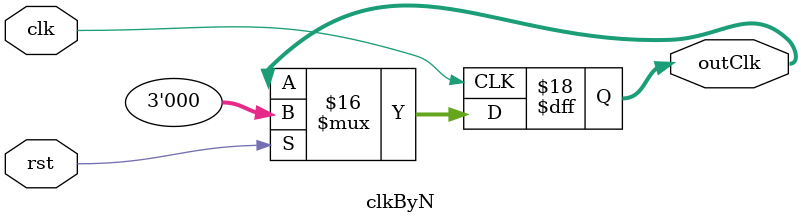
<source format=v>
module clkByN #(parameter N = 6, WIDTH = 3)(
    input wire clk,
    input wire rst,
    output reg[WIDTH-1:0] outClk 
);
    reg[WIDTH-1:0] rclk;
    wire [WIDTH-1:0] wClkTrack;
    
    assign wClkTrack = rClk + 1;

    always @ (posedge clk) begin
        if (rst == 1'b1) begin
            outClk <= 1'b0;
        end
        else if (rClk == N/2)begin
            rClk <= 0;
            outClk <= ~outClk;
        end
        else begin
            rClk <= wClkTrack;
        end
    end
endmodule

</source>
